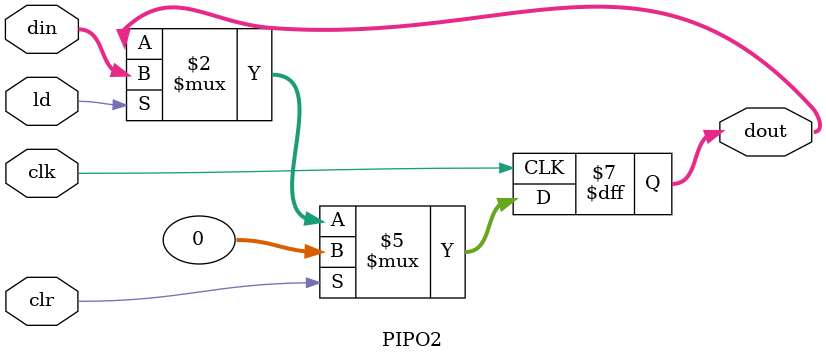
<source format=v>
`timescale 1ns / 1ns
module PIPO2(dout,din,ld,clr,clk);
    input [31:0]din;
    input clr,ld,clk;
    output reg[31:0]dout;
    always@(posedge clk)
        begin
            if(clr)
                dout<=31'h00000000;
            else
                if(ld)
                    dout<=din;
        end
endmodule

</source>
